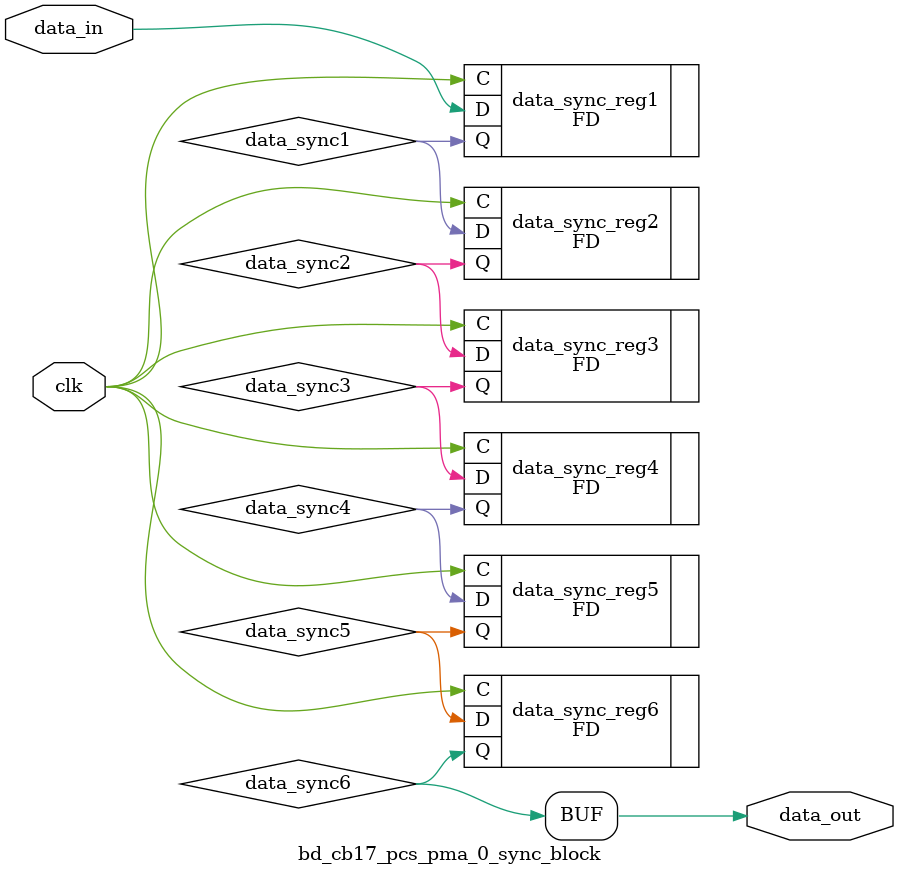
<source format=v>

`timescale 1ps / 1ps

module bd_cb17_pcs_pma_0_sync_block #(
  parameter INITIALISE = 2'b00
)
(
  input        clk,              // clock to be sync'ed to
  input        data_in,          // Data to be 'synced'
  output       data_out          // synced data
);

  // Internal Signals
  wire data_sync1;
  wire data_sync2;
  wire data_sync3;
  wire data_sync4;
  wire data_sync5;
  wire data_sync6;


  (* shreg_extract = "no", ASYNC_REG = "TRUE" *)
  FD #(
    .INIT (INITIALISE[0])
  ) data_sync_reg1 (
    .C  (clk),
    .D  (data_in),
    .Q  (data_sync1)
  );


  (* shreg_extract = "no", ASYNC_REG = "TRUE" *)
  FD #(
   .INIT (INITIALISE[1])
  ) data_sync_reg2 (
  .C  (clk),
  .D  (data_sync1),
  .Q  (data_sync2)
  );


  (* shreg_extract = "no", ASYNC_REG = "TRUE" *)
  FD #(
   .INIT (INITIALISE[1])
  ) data_sync_reg3 (
  .C  (clk),
  .D  (data_sync2),
  .Q  (data_sync3)
  );

  (* shreg_extract = "no", ASYNC_REG = "TRUE" *)
  FD #(
   .INIT (INITIALISE[1])
  ) data_sync_reg4 (
  .C  (clk),
  .D  (data_sync3),
  .Q  (data_sync4)
  );

  (* shreg_extract = "no", ASYNC_REG = "TRUE" *)
  FD #(
   .INIT (INITIALISE[1])
  ) data_sync_reg5 (
  .C  (clk),
  .D  (data_sync4),
  .Q  (data_sync5)
  );

  (* shreg_extract = "no", ASYNC_REG = "TRUE" *)
  FD #(
   .INIT (INITIALISE[1])
  ) data_sync_reg6 (
  .C  (clk),
  .D  (data_sync5),
  .Q  (data_sync6)
  );
  assign data_out = data_sync6;


endmodule



</source>
